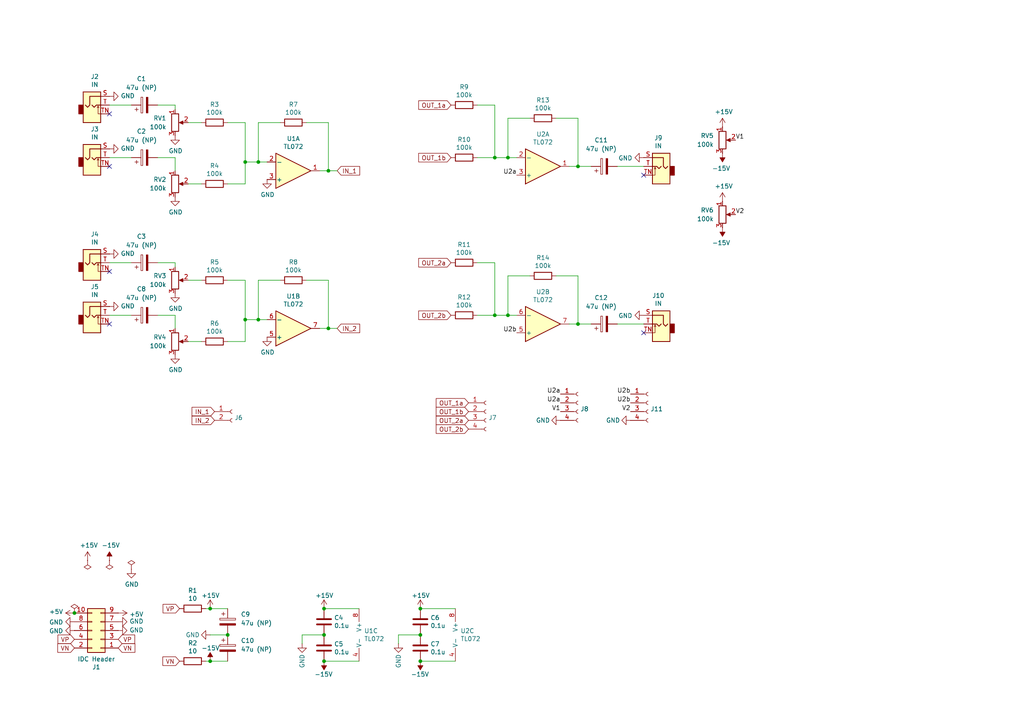
<source format=kicad_sch>
(kicad_sch (version 20231120) (generator "eeschema") (generator_version "8.0")
  (paper "A4")
  (title_block (title "steckfeld") (date "2021-06-13") (rev "R01") (comment 1 "schema for pcb") (comment 2 "utility for connecting modules to breadboard") (comment 4 "License CC BY 4.0 - Attribution 4.0 International"))
  (lib_symbols
    (symbol "Amplifier_Operational:TL072" (pin_names (offset 0.127))
      (property "Reference" "U" (at 0 5.08 0))
      (property "Value" "TL072" (at 0 -5.08 0))
      (symbol "TL072_1_1"
        (polyline (pts (xy -5.08 5.08) (xy 5.08 0) (xy -5.08 -5.08) (xy -5.08 5.08)) (stroke (width 0.254)) (fill (type background)))
        (pin output line (at 7.62 0 180) (length 2.54) (name "~") (number "1"))
        (pin input line (at -7.62 -2.54 0) (length 2.54) (name "-") (number "2"))
        (pin input line (at -7.62 2.54 0) (length 2.54) (name "+") (number "3"))
      )
      (symbol "TL072_2_1"
        (polyline (pts (xy -5.08 5.08) (xy 5.08 0) (xy -5.08 -5.08) (xy -5.08 5.08)) (stroke (width 0.254)) (fill (type background)))
        (pin input line (at -7.62 2.54 0) (length 2.54) (name "+") (number "5"))
        (pin input line (at -7.62 -2.54 0) (length 2.54) (name "-") (number "6"))
        (pin output line (at 7.62 0 180) (length 2.54) (name "~") (number "7"))
      )
      (symbol "TL072_3_1"
        (pin power_in line (at -2.54 -7.62 90) (length 3.81) (name "V-") (number "4"))
        (pin power_in line (at -2.54 7.62 270) (length 3.81) (name "V+") (number "8"))
      )
    )
    (symbol "Connector:AudioJack2_SwitchT"
      (property "Reference" "J" (at 0 8.89 0))
      (property "Value" "AudioJack2_SwitchT" (at 0 6.35 0))
      (symbol "AudioJack2_SwitchT_0_1"
        (rectangle (start -2.54 0) (end -3.81 -2.54) (stroke (width 0.254)) (fill (type outline)))
        (polyline (pts (xy 1.778 -0.254) (xy 2.032 -0.762)))
        (polyline (pts (xy 0 0) (xy 0.635 -0.635) (xy 1.27 0) (xy 2.54 0)) (stroke (width 0.254)))
        (polyline (pts (xy 2.54 -2.54) (xy 1.778 -2.54) (xy 1.778 -0.254) (xy 1.524 -0.762)))
        (polyline (pts (xy 2.54 2.54) (xy -0.635 2.54) (xy -0.635 0) (xy -1.27 -0.635) (xy -1.905 0)) (stroke (width 0.254)))
        (rectangle (start 2.54 3.81) (end -2.54 -5.08) (stroke (width 0.254)) (fill (type background)))
      )
      (symbol "AudioJack2_SwitchT_1_1"
        (pin passive line (at 5.08 2.54 180) (length 2.54) (name "~") (number "S"))
        (pin passive line (at 5.08 0 180) (length 2.54) (name "~") (number "T"))
        (pin passive line (at 5.08 -2.54 180) (length 2.54) (name "~") (number "TN"))
      )
    )
    (symbol "Connector:Conn_01x02_Female" (pin_names (offset 1.016) hide)
      (property "Reference" "J" (at 0 2.54 0))
      (property "Value" "Conn_01x02_Female" (at 0 -5.08 0))
      (symbol "Conn_01x02_Female_1_1"
        (arc (start 0 -2.032) (mid -0.5058 -2.54) (end 0 -3.048) (stroke (width 0.1524)))
        (polyline (pts (xy -1.27 -2.54) (xy -0.508 -2.54)) (stroke (width 0.1524)))
        (polyline (pts (xy -1.27 0) (xy -0.508 0)) (stroke (width 0.1524)))
        (arc (start 0 0.508) (mid -0.5058 0) (end 0 -0.508) (stroke (width 0.1524)))
        (pin passive line (at -5.08 0 0) (length 3.81) (name "Pin_1") (number "1"))
        (pin passive line (at -5.08 -2.54 0) (length 3.81) (name "Pin_2") (number "2"))
      )
    )
    (symbol "Connector:Conn_01x04_Female" (pin_names (offset 1.016) hide)
      (property "Reference" "J" (at 0 5.08 0))
      (property "Value" "Conn_01x04_Female" (at 0 -7.62 0))
      (symbol "Conn_01x04_Female_1_1"
        (arc (start 0 -4.572) (mid -0.5058 -5.08) (end 0 -5.588) (stroke (width 0.1524)))
        (arc (start 0 -2.032) (mid -0.5058 -2.54) (end 0 -3.048) (stroke (width 0.1524)))
        (polyline (pts (xy -1.27 -5.08) (xy -0.508 -5.08)) (stroke (width 0.1524)))
        (polyline (pts (xy -1.27 -2.54) (xy -0.508 -2.54)) (stroke (width 0.1524)))
        (polyline (pts (xy -1.27 0) (xy -0.508 0)) (stroke (width 0.1524)))
        (polyline (pts (xy -1.27 2.54) (xy -0.508 2.54)) (stroke (width 0.1524)))
        (arc (start 0 0.508) (mid -0.5058 0) (end 0 -0.508) (stroke (width 0.1524)))
        (arc (start 0 3.048) (mid -0.5058 2.54) (end 0 2.032) (stroke (width 0.1524)))
        (pin passive line (at -5.08 2.54 0) (length 3.81) (name "Pin_1") (number "1"))
        (pin passive line (at -5.08 0 0) (length 3.81) (name "Pin_2") (number "2"))
        (pin passive line (at -5.08 -2.54 0) (length 3.81) (name "Pin_3") (number "3"))
        (pin passive line (at -5.08 -5.08 0) (length 3.81) (name "Pin_4") (number "4"))
      )
    )
    (symbol "Connector_Generic:Conn_02x05_Odd_Even" (pin_names (offset 1.016) hide)
      (property "Reference" "J" (at 1.27 7.62 0))
      (property "Value" "Conn_02x05_Odd_Even" (at 1.27 -7.62 0))
      (symbol "Conn_02x05_Odd_Even_1_1"
        (rectangle (start -1.27 -4.953) (end 0 -5.207) (stroke (width 0.1524)))
        (rectangle (start -1.27 -2.413) (end 0 -2.667) (stroke (width 0.1524)))
        (rectangle (start -1.27 0.127) (end 0 -0.127) (stroke (width 0.1524)))
        (rectangle (start -1.27 2.667) (end 0 2.413) (stroke (width 0.1524)))
        (rectangle (start -1.27 5.207) (end 0 4.953) (stroke (width 0.1524)))
        (rectangle (start -1.27 6.35) (end 3.81 -6.35) (stroke (width 0.254)) (fill (type background)))
        (rectangle (start 3.81 -4.953) (end 2.54 -5.207) (stroke (width 0.1524)))
        (rectangle (start 3.81 -2.413) (end 2.54 -2.667) (stroke (width 0.1524)))
        (rectangle (start 3.81 0.127) (end 2.54 -0.127) (stroke (width 0.1524)))
        (rectangle (start 3.81 2.667) (end 2.54 2.413) (stroke (width 0.1524)))
        (rectangle (start 3.81 5.207) (end 2.54 4.953) (stroke (width 0.1524)))
        (pin passive line (at -5.08 5.08 0) (length 3.81) (name "Pin_1") (number "1"))
        (pin passive line (at 7.62 -5.08 180) (length 3.81) (name "Pin_10") (number "10"))
        (pin passive line (at 7.62 5.08 180) (length 3.81) (name "Pin_2") (number "2"))
        (pin passive line (at -5.08 2.54 0) (length 3.81) (name "Pin_3") (number "3"))
        (pin passive line (at 7.62 2.54 180) (length 3.81) (name "Pin_4") (number "4"))
        (pin passive line (at -5.08 0 0) (length 3.81) (name "Pin_5") (number "5"))
        (pin passive line (at 7.62 0 180) (length 3.81) (name "Pin_6") (number "6"))
        (pin passive line (at -5.08 -2.54 0) (length 3.81) (name "Pin_7") (number "7"))
        (pin passive line (at 7.62 -2.54 180) (length 3.81) (name "Pin_8") (number "8"))
        (pin passive line (at -5.08 -5.08 0) (length 3.81) (name "Pin_9") (number "9"))
      )
    )
    (symbol "Device:C" (pin_numbers hide) (pin_names (offset 0.254))
      (property "Reference" "C" (at 0.635 2.54 0))
      (property "Value" "C" (at 0.635 -2.54 0))
      (symbol "C_0_1"
        (polyline (pts (xy -2.032 -0.762) (xy 2.032 -0.762)) (stroke (width 0.508)))
        (polyline (pts (xy -2.032 0.762) (xy 2.032 0.762)) (stroke (width 0.508)))
      )
      (symbol "C_1_1"
        (pin passive line (at 0 3.81 270) (length 2.794) (name "~") (number "1"))
        (pin passive line (at 0 -3.81 90) (length 2.794) (name "~") (number "2"))
      )
    )
    (symbol "Device:C_Polarized" (pin_numbers hide) (pin_names (offset 0.254))
      (property "Reference" "C" (at 0.635 2.54 0))
      (property "Value" "C_Polarized" (at 0.635 -2.54 0))
      (symbol "C_Polarized_0_1"
        (rectangle (start -2.286 0.508) (end 2.286 1.016))
        (polyline (pts (xy -1.778 2.286) (xy -0.762 2.286)))
        (polyline (pts (xy -1.27 2.794) (xy -1.27 1.778)))
        (rectangle (start 2.286 -0.508) (end -2.286 -1.016) (fill (type outline)))
      )
      (symbol "C_Polarized_1_1"
        (pin passive line (at 0 3.81 270) (length 2.794) (name "~") (number "1"))
        (pin passive line (at 0 -3.81 90) (length 2.794) (name "~") (number "2"))
      )
    )
    (symbol "Device:R" (pin_numbers hide) (pin_names (offset 0))
      (property "Reference" "R" (at 2.032 0 90))
      (property "Value" "R" (at 0 0 90))
      (symbol "R_0_1"
        (rectangle (start -1.016 -2.54) (end 1.016 2.54) (stroke (width 0.254)))
      )
      (symbol "R_1_1"
        (pin passive line (at 0 3.81 270) (length 1.27) (name "~") (number "1"))
        (pin passive line (at 0 -3.81 90) (length 1.27) (name "~") (number "2"))
      )
    )
    (symbol "Device:R_Potentiometer" (pin_names (offset 1.016) hide)
      (property "Reference" "RV" (at -4.445 0 90))
      (property "Value" "R_Potentiometer" (at -2.54 0 90))
      (symbol "R_Potentiometer_0_1"
        (polyline (pts (xy 2.54 0) (xy 1.524 0)))
        (polyline (pts (xy 1.143 0) (xy 2.286 0.508) (xy 2.286 -0.508) (xy 1.143 0)) (fill (type outline)))
        (rectangle (start 1.016 2.54) (end -1.016 -2.54) (stroke (width 0.254)))
      )
      (symbol "R_Potentiometer_1_1"
        (pin passive line (at 0 3.81 270) (length 1.27) (name "1") (number "1"))
        (pin passive line (at 3.81 0 180) (length 1.27) (name "2") (number "2"))
        (pin passive line (at 0 -3.81 90) (length 1.27) (name "3") (number "3"))
      )
    )
    (symbol "power:+15V" (power) (pin_numbers hide) (pin_names (offset 0) hide)
      (property "Value" "+15V" (at 0 3.556 0))
      (symbol "+15V_0_1"
        (polyline (pts (xy -0.762 1.27) (xy 0 2.54)))
        (polyline (pts (xy 0 0) (xy 0 2.54)))
        (polyline (pts (xy 0 2.54) (xy 0.762 1.27)))
      )
      (symbol "+15V_1_1"
        (pin power_in line (at 0 0 90) (length 0) (name "~") (number "1"))
      )
    )
    (symbol "power:+5V" (power) (pin_numbers hide) (pin_names (offset 0) hide)
      (property "Value" "+5V" (at 0 3.556 0))
      (symbol "+5V_0_1"
        (polyline (pts (xy -0.762 1.27) (xy 0 2.54)))
        (polyline (pts (xy 0 0) (xy 0 2.54)))
        (polyline (pts (xy 0 2.54) (xy 0.762 1.27)))
      )
      (symbol "+5V_1_1"
        (pin power_in line (at 0 0 90) (length 0) (name "~") (number "1"))
      )
    )
    (symbol "power:-15V" (power) (pin_numbers hide) (pin_names (offset 0) hide)
      (property "Value" "-15V" (at 0 3.556 0))
      (symbol "-15V_0_0"
        (pin power_in line (at 0 0 90) (length 0) (name "~") (number "1"))
      )
      (symbol "-15V_0_1"
        (polyline (pts (xy 0 0) (xy 0 1.27) (xy 0.762 1.27) (xy 0 2.54) (xy -0.762 1.27) (xy 0 1.27)) (fill (type outline)))
      )
    )
    (symbol "power:GND" (power) (pin_numbers hide) (pin_names (offset 0) hide)
      (property "Value" "GND" (at 0 -3.81 0))
      (symbol "GND_0_1"
        (polyline (pts (xy 0 0) (xy 0 -1.27) (xy 1.27 -1.27) (xy 0 -2.54) (xy -1.27 -1.27) (xy 0 -1.27)))
      )
      (symbol "GND_1_1"
        (pin power_in line (at 0 0 270) (length 0) (name "~") (number "1"))
      )
    )
    (symbol "power:PWR_FLAG" (power) (pin_numbers hide) (pin_names (offset 0) hide)
      (property "Value" "PWR_FLAG" (at 0 3.81 0))
      (symbol "PWR_FLAG_0_0"
        (pin power_out line (at 0 0 90) (length 0) (name "~") (number "1"))
      )
      (symbol "PWR_FLAG_0_1"
        (polyline (pts (xy 0 0) (xy 0 1.27) (xy -1.016 1.905) (xy 0 2.54) (xy 1.016 1.905) (xy 0 1.27)))
      )
    )
  )
  (junction (at 74.93 46.99))
  (junction (at 147.32 91.44))
  (junction (at 95.25 95.25))
  (junction (at 143.51 91.44))
  (junction (at 121.92 191.77))
  (junction (at 147.32 45.72))
  (junction (at 121.92 176.53))
  (junction (at 21.59 177.8))
  (junction (at 93.98 176.53))
  (junction (at 71.12 46.99))
  (junction (at 71.12 92.71))
  (junction (at 60.96 176.53))
  (junction (at 93.98 184.15))
  (junction (at 74.93 92.71))
  (junction (at 167.64 93.98))
  (junction (at 60.96 191.77))
  (junction (at 121.92 184.15))
  (junction (at 95.25 49.53))
  (junction (at 167.64 48.26))
  (junction (at 143.51 45.72))
  (junction (at 66.04 184.15))
  (junction (at 93.98 191.77))
  (no_connect (at 186.69 96.52))
  (no_connect (at 31.75 48.26))
  (no_connect (at 31.75 78.74))
  (no_connect (at 31.75 93.98))
  (no_connect (at 186.69 50.8))
  (no_connect (at 31.75 33.02))
  (wire (pts (xy 45.72 30.48) (xy 50.8 30.48)))
  (wire (pts (xy 31.75 30.48) (xy 38.1 30.48)))
  (wire (pts (xy 167.64 48.26) (xy 165.1 48.26)))
  (wire (pts (xy 31.75 91.44) (xy 38.1 91.44)))
  (wire (pts (xy 167.64 80.01) (xy 167.64 93.98)))
  (wire (pts (xy 71.12 35.56) (xy 71.12 46.99)))
  (wire (pts (xy 147.32 45.72) (xy 143.51 45.72)))
  (wire (pts (xy 104.14 176.53) (xy 93.98 176.53)))
  (wire (pts (xy 167.64 48.26) (xy 171.45 48.26)))
  (wire (pts (xy 54.61 53.34) (xy 58.42 53.34)))
  (wire (pts (xy 95.25 95.25) (xy 92.71 95.25)))
  (wire (pts (xy 50.8 76.2) (xy 50.8 77.47)))
  (wire (pts (xy 54.61 99.06) (xy 58.42 99.06)))
  (wire (pts (xy 66.04 184.15) (xy 60.96 184.15)))
  (wire (pts (xy 50.8 45.72) (xy 50.8 49.53)))
  (wire (pts (xy 97.79 95.25) (xy 95.25 95.25)))
  (wire (pts (xy 74.93 35.56) (xy 81.28 35.56)))
  (wire (pts (xy 59.69 176.53) (xy 60.96 176.53)))
  (wire (pts (xy 161.29 34.29) (xy 167.64 34.29)))
  (wire (pts (xy 138.43 30.48) (xy 143.51 30.48)))
  (wire (pts (xy 143.51 76.2) (xy 143.51 91.44)))
  (wire (pts (xy 149.86 91.44) (xy 147.32 91.44)))
  (wire (pts (xy 161.29 80.01) (xy 167.64 80.01)))
  (wire (pts (xy 50.8 30.48) (xy 50.8 31.75)))
  (wire (pts (xy 115.57 184.15) (xy 115.57 186.69)))
  (wire (pts (xy 74.93 46.99) (xy 74.93 35.56)))
  (wire (pts (xy 147.32 45.72) (xy 147.32 34.29)))
  (wire (pts (xy 77.47 46.99) (xy 74.93 46.99)))
  (wire (pts (xy 93.98 184.15) (xy 87.63 184.15)))
  (wire (pts (xy 167.64 93.98) (xy 171.45 93.98)))
  (wire (pts (xy 54.61 35.56) (xy 58.42 35.56)))
  (wire (pts (xy 59.69 191.77) (xy 60.96 191.77)))
  (wire (pts (xy 71.12 81.28) (xy 71.12 92.71)))
  (wire (pts (xy 95.25 81.28) (xy 95.25 95.25)))
  (wire (pts (xy 147.32 91.44) (xy 143.51 91.44)))
  (wire (pts (xy 143.51 76.2) (xy 138.43 76.2)))
  (wire (pts (xy 60.96 191.77) (xy 66.04 191.77)))
  (wire (pts (xy 66.04 35.56) (xy 71.12 35.56)))
  (wire (pts (xy 167.64 34.29) (xy 167.64 48.26)))
  (wire (pts (xy 95.25 35.56) (xy 95.25 49.53)))
  (wire (pts (xy 66.04 53.34) (xy 71.12 53.34)))
  (wire (pts (xy 147.32 80.01) (xy 153.67 80.01)))
  (wire (pts (xy 54.61 81.28) (xy 58.42 81.28)))
  (wire (pts (xy 167.64 93.98) (xy 165.1 93.98)))
  (wire (pts (xy 179.07 93.98) (xy 186.69 93.98)))
  (wire (pts (xy 179.07 48.26) (xy 186.69 48.26)))
  (wire (pts (xy 50.8 91.44) (xy 50.8 95.25)))
  (wire (pts (xy 149.86 45.72) (xy 147.32 45.72)))
  (wire (pts (xy 45.72 76.2) (xy 50.8 76.2)))
  (wire (pts (xy 138.43 45.72) (xy 143.51 45.72)))
  (wire (pts (xy 74.93 92.71) (xy 74.93 81.28)))
  (wire (pts (xy 74.93 81.28) (xy 81.28 81.28)))
  (wire (pts (xy 121.92 184.15) (xy 115.57 184.15)))
  (wire (pts (xy 87.63 184.15) (xy 87.63 186.69)))
  (wire (pts (xy 60.96 176.53) (xy 66.04 176.53)))
  (wire (pts (xy 71.12 46.99) (xy 71.12 53.34)))
  (wire (pts (xy 45.72 45.72) (xy 50.8 45.72)))
  (wire (pts (xy 31.75 45.72) (xy 38.1 45.72)))
  (wire (pts (xy 95.25 49.53) (xy 92.71 49.53)))
  (wire (pts (xy 88.9 81.28) (xy 95.25 81.28)))
  (wire (pts (xy 132.08 191.77) (xy 121.92 191.77)))
  (wire (pts (xy 74.93 46.99) (xy 71.12 46.99)))
  (wire (pts (xy 97.79 49.53) (xy 95.25 49.53)))
  (wire (pts (xy 31.75 76.2) (xy 38.1 76.2)))
  (wire (pts (xy 147.32 91.44) (xy 147.32 80.01)))
  (wire (pts (xy 66.04 99.06) (xy 71.12 99.06)))
  (wire (pts (xy 74.93 92.71) (xy 71.12 92.71)))
  (wire (pts (xy 71.12 92.71) (xy 71.12 99.06)))
  (wire (pts (xy 147.32 34.29) (xy 153.67 34.29)))
  (wire (pts (xy 77.47 92.71) (xy 74.93 92.71)))
  (wire (pts (xy 138.43 91.44) (xy 143.51 91.44)))
  (wire (pts (xy 88.9 35.56) (xy 95.25 35.56)))
  (wire (pts (xy 45.72 91.44) (xy 50.8 91.44)))
  (wire (pts (xy 143.51 30.48) (xy 143.51 45.72)))
  (wire (pts (xy 121.92 176.53) (xy 132.08 176.53)))
  (wire (pts (xy 104.14 191.77) (xy 93.98 191.77)))
  (wire (pts (xy 66.04 81.28) (xy 71.12 81.28)))
  (label "U2b" (at 149.86 96.52 180))
  (label "U2a" (at 162.56 116.84 180))
  (label "V1" (at 162.56 119.38 180))
  (label "U2b" (at 182.88 116.84 180))
  (label "U2b" (at 182.88 114.3 180))
  (label "U2a" (at 162.56 114.3 180))
  (label "V2" (at 213.36 62.23 0))
  (label "U2a" (at 149.86 50.8 180))
  (label "V1" (at 213.36 40.64 0))
  (label "V2" (at 182.88 119.38 180))
  (global_label "VN" (shape input) (at 34.29 187.96 0) (property "Intersheetrefs" "${INTERSHEET_REFS}" (effects (hide yes))))
  (global_label "OUT_1b" (shape input) (at 130.81 45.72 180) (property "Intersheetrefs" "${INTERSHEET_REFS}" (effects (hide yes))))
  (global_label "VN" (shape input) (at 52.07 191.77 180) (property "Intersheetrefs" "${INTERSHEET_REFS}" (effects (hide yes))))
  (global_label "IN_2" (shape input) (at 97.79 95.25 0) (property "Intersheetrefs" "${INTERSHEET_REFS}" (effects (hide yes))))
  (global_label "VP" (shape input) (at 52.07 176.53 180) (property "Intersheetrefs" "${INTERSHEET_REFS}" (effects (hide yes))))
  (global_label "OUT_2b" (shape input) (at 130.81 91.44 180) (property "Intersheetrefs" "${INTERSHEET_REFS}" (effects (hide yes))))
  (global_label "OUT_1b" (shape input) (at 135.89 119.38 180) (property "Intersheetrefs" "${INTERSHEET_REFS}" (effects (hide yes))))
  (global_label "OUT_2a" (shape input) (at 135.89 121.92 180) (property "Intersheetrefs" "${INTERSHEET_REFS}" (effects (hide yes))))
  (global_label "VN" (shape input) (at 21.59 187.96 180) (property "Intersheetrefs" "${INTERSHEET_REFS}" (effects (hide yes))))
  (global_label "IN_1" (shape input) (at 62.23 119.38 180) (property "Intersheetrefs" "${INTERSHEET_REFS}" (effects (hide yes))))
  (global_label "OUT_2b" (shape input) (at 135.89 124.46 180) (property "Intersheetrefs" "${INTERSHEET_REFS}" (effects (hide yes))))
  (global_label "OUT_1a" (shape input) (at 135.89 116.84 180) (property "Intersheetrefs" "${INTERSHEET_REFS}" (effects (hide yes))))
  (global_label "OUT_2a" (shape input) (at 130.81 76.2 180) (property "Intersheetrefs" "${INTERSHEET_REFS}" (effects (hide yes))))
  (global_label "IN_2" (shape input) (at 62.23 121.92 180) (property "Intersheetrefs" "${INTERSHEET_REFS}" (effects (hide yes))))
  (global_label "IN_1" (shape input) (at 97.79 49.53 0) (property "Intersheetrefs" "${INTERSHEET_REFS}" (effects (hide yes))))
  (global_label "VP" (shape input) (at 34.29 185.42 0) (property "Intersheetrefs" "${INTERSHEET_REFS}" (effects (hide yes))))
  (global_label "OUT_1a" (shape input) (at 130.81 30.48 180) (property "Intersheetrefs" "${INTERSHEET_REFS}" (effects (hide yes))))
  (global_label "VP" (shape input) (at 21.59 185.42 180) (property "Intersheetrefs" "${INTERSHEET_REFS}" (effects (hide yes))))
  (symbol (lib_id "Connector:AudioJack2_SwitchT") (at 26.67 30.48 0) (unit 1)
    (property "Reference" "J2" (at 27.4828 22.225 0))
    (property "Value" "IN" (at 27.4828 24.5364 0))
    (property "Footprint" "elektrophon:Jack_3.5mm_WQP-PJ398SM_Vertical" (effects (hide yes)))
    (property "Sim.Device" "SPICE" (effects (hide yes)))
    (property "Sim.Params" "type=\"X\" model=\"IN_1\" lib=\"\"" (effects (hide yes)))
    (property "Sim.Pins" "S=1 T=2 TN=3" (effects (hide yes)))
  )
  (symbol (lib_id "power:GND") (at 60.96 184.15 270) (unit 1)
    (property "Reference" "#PWR019" (effects (hide yes)))
    (property "Value" "GND" (at 55.88 184.15 90))
    (property "Description" "Power symbol creates a global label with name \"GND\" , ground" (effects (hide yes)))
  )
  (symbol (lib_id "power:GND") (at 21.59 182.88 270) (unit 1)
    (property "Reference" "#PWR03" (effects (hide yes)))
    (property "Value" "GND" (at 18.3388 183.007 90) (effects (justify right)))
    (property "Description" "Power symbol creates a global label with name \"GND\" , ground" (effects (hide yes)))
  )
  (symbol (lib_id "Device:C") (at 93.98 180.34 0) (unit 1) (exclude_from_sim yes)
    (property "Reference" "C4" (at 96.901 179.1716 0) (effects (justify left)))
    (property "Value" "0.1u" (at 96.901 181.483 0) (effects (justify left)))
    (property "Footprint" "Capacitor_THT:C_Disc_D3.4mm_W2.1mm_P2.50mm" (effects (hide yes)))
    (property "Description" "Unpolarized capacitor" (effects (hide yes)))
    (property "Sim.Device" "SPICE" (effects (hide yes)))
    (property "Sim.Params" "type=\"C\" model=\"0.1u\" lib=\"\"" (effects (hide yes)))
    (property "Sim.Pins" "1=1 2=2" (effects (hide yes)))
  )
  (symbol (lib_id "Device:C") (at 93.98 187.96 0) (unit 1) (exclude_from_sim yes)
    (property "Reference" "C5" (at 96.901 186.7916 0) (effects (justify left)))
    (property "Value" "0.1u" (at 96.901 189.103 0) (effects (justify left)))
    (property "Footprint" "Capacitor_THT:C_Disc_D3.4mm_W2.1mm_P2.50mm" (effects (hide yes)))
    (property "Description" "Unpolarized capacitor" (effects (hide yes)))
    (property "Sim.Device" "SPICE" (effects (hide yes)))
    (property "Sim.Params" "type=\"C\" model=\"0.1u\" lib=\"\"" (effects (hide yes)))
    (property "Sim.Pins" "1=1 2=2" (effects (hide yes)))
  )
  (symbol (lib_id "Device:C") (at 121.92 180.34 0) (unit 1) (exclude_from_sim yes)
    (property "Reference" "C6" (at 124.841 179.1716 0) (effects (justify left)))
    (property "Value" "0.1u" (at 124.841 181.483 0) (effects (justify left)))
    (property "Footprint" "Capacitor_THT:C_Disc_D3.4mm_W2.1mm_P2.50mm" (effects (hide yes)))
    (property "Description" "Unpolarized capacitor" (effects (hide yes)))
    (property "Sim.Device" "SPICE" (effects (hide yes)))
    (property "Sim.Params" "type=\"C\" model=\"0.1u\" lib=\"\"" (effects (hide yes)))
    (property "Sim.Pins" "1=1 2=2" (effects (hide yes)))
  )
  (symbol (lib_id "Device:C") (at 121.92 187.96 0) (unit 1) (exclude_from_sim yes)
    (property "Reference" "C7" (at 124.841 186.7916 0) (effects (justify left)))
    (property "Value" "0.1u" (at 124.841 189.103 0) (effects (justify left)))
    (property "Footprint" "Capacitor_THT:C_Disc_D3.4mm_W2.1mm_P2.50mm" (effects (hide yes)))
    (property "Description" "Unpolarized capacitor" (effects (hide yes)))
    (property "Sim.Device" "SPICE" (effects (hide yes)))
    (property "Sim.Params" "type=\"C\" model=\"0.1u\" lib=\"\"" (effects (hide yes)))
    (property "Sim.Pins" "1=1 2=2" (effects (hide yes)))
  )
  (symbol (lib_id "power:PWR_FLAG") (at 25.4 162.56 180) (unit 1)
    (property "Reference" "#FLG02" (effects (hide yes)))
    (property "Value" "PWR_FLAG" (effects (hide yes)))
    (property "Description" "Special symbol for telling ERC where power comes from" (effects (hide yes)))
  )
  (symbol (lib_id "power:PWR_FLAG") (at 31.75 162.56 180) (unit 1)
    (property "Reference" "#FLG03" (effects (hide yes)))
    (property "Value" "PWR_FLAG" (effects (hide yes)))
    (property "Description" "Special symbol for telling ERC where power comes from" (effects (hide yes)))
  )
  (symbol (lib_id "power:PWR_FLAG") (at 38.1 165.1 0) (unit 1)
    (property "Reference" "#FLG04" (effects (hide yes)))
    (property "Value" "PWR_FLAG" (effects (hide yes)))
    (property "Description" "Special symbol for telling ERC where power comes from" (effects (hide yes)))
  )
  (symbol (lib_id "power:+15V") (at 25.4 162.56 0) (unit 1)
    (property "Reference" "#PWR04" (effects (hide yes)))
    (property "Value" "+15V" (at 25.781 158.1658 0))
    (property "Description" "Power symbol creates a global label with name \"+15V\"" (effects (hide yes)))
  )
  (symbol (lib_id "power:-15V") (at 31.75 162.56 0) (unit 1)
    (property "Reference" "#PWR05" (effects (hide yes)))
    (property "Value" "-15V" (at 32.131 158.1658 0))
    (property "Description" "Power symbol creates a global label with name \"-15V\"" (effects (hide yes)))
  )
  (symbol (lib_id "power:GND") (at 38.1 165.1 0) (unit 1)
    (property "Reference" "#PWR013" (effects (hide yes)))
    (property "Value" "GND" (at 38.227 169.4942 0))
    (property "Description" "Power symbol creates a global label with name \"GND\" , ground" (effects (hide yes)))
  )
  (symbol (lib_id "Device:R") (at 55.88 176.53 270) (unit 1) (exclude_from_sim yes)
    (property "Reference" "R1" (at 55.88 171.2722 90))
    (property "Value" "10" (at 55.88 173.5836 90))
    (property "Footprint" "Resistor_THT:R_Axial_DIN0204_L3.6mm_D1.6mm_P2.54mm_Vertical" (effects (hide yes)))
    (property "Description" "Resistor" (effects (hide yes)))
    (property "Sim.Device" "SPICE" (effects (hide yes)))
    (property "Sim.Params" "type=\"R\" model=\"10\" lib=\"\"" (effects (hide yes)))
    (property "Sim.Pins" "1=1 2=2" (effects (hide yes)))
  )
  (symbol (lib_id "power:+15V") (at 60.96 176.53 0) (unit 1)
    (property "Reference" "#PWR018" (effects (hide yes)))
    (property "Value" "+15V" (at 58.42 172.72 0) (effects (justify left)))
    (property "Description" "Power symbol creates a global label with name \"+15V\"" (effects (hide yes)))
  )
  (symbol (lib_id "power:-15V") (at 60.96 191.77 0) (unit 1)
    (property "Reference" "#PWR020" (effects (hide yes)))
    (property "Value" "-15V" (at 58.42 187.96 0) (effects (justify left)))
    (property "Description" "Power symbol creates a global label with name \"-15V\"" (effects (hide yes)))
  )
  (symbol (lib_id "power:GND") (at 34.29 182.88 90) (unit 1)
    (property "Reference" "#PWR08" (effects (hide yes)))
    (property "Value" "GND" (at 37.5412 182.753 90) (effects (justify right)))
    (property "Description" "Power symbol creates a global label with name \"GND\" , ground" (effects (hide yes)))
  )
  (symbol (lib_id "Device:R") (at 55.88 191.77 270) (unit 1) (exclude_from_sim yes)
    (property "Reference" "R2" (at 55.88 186.5122 90))
    (property "Value" "10" (at 55.88 188.8236 90))
    (property "Footprint" "Resistor_THT:R_Axial_DIN0204_L3.6mm_D1.6mm_P2.54mm_Vertical" (effects (hide yes)))
    (property "Description" "Resistor" (effects (hide yes)))
    (property "Sim.Device" "SPICE" (effects (hide yes)))
    (property "Sim.Params" "type=\"R\" model=\"10\" lib=\"\"" (effects (hide yes)))
    (property "Sim.Pins" "1=1 2=2" (effects (hide yes)))
  )
  (symbol (lib_id "Connector_Generic:Conn_02x05_Odd_Even") (at 29.21 182.88 180) (unit 1) (exclude_from_sim yes)
    (property "Reference" "J1" (at 27.94 193.4718 0))
    (property "Value" "IDC Header" (at 27.94 191.1604 0))
    (property "Footprint" "Connector_IDC:IDC-Header_2x05_P2.54mm_Vertical" (effects (hide yes)))
    (property "Description" "Generic connector, double row, 02x05, odd/even pin numbering scheme (row 1 odd numbers, row 2 even numbers), script generated (kicad-library-utils/schlib/autogen/connector/)" (effects (hide yes)))
    (property "Sim.Device" "SPICE" (effects (hide yes)))
    (property "Sim.Params" "type=\"J\" model=\"IDC Header\" lib=\"\"" (effects (hide yes)))
    (property "Sim.Pins" "1=1 2=2 3=3 4=4 5=5 6=6 7=7 8=8 9=9 10=10" (effects (hide yes)))
  )
  (symbol (lib_id "power:GND") (at 34.29 180.34 90) (unit 1)
    (property "Reference" "#PWR07" (effects (hide yes)))
    (property "Value" "GND" (at 37.5412 180.213 90) (effects (justify right)))
    (property "Description" "Power symbol creates a global label with name \"GND\" , ground" (effects (hide yes)))
  )
  (symbol (lib_id "power:+5V") (at 34.29 177.8 270) (unit 1)
    (property "Reference" "#PWR06" (effects (hide yes)))
    (property "Value" "+5V" (at 37.5412 178.181 90) (effects (justify left)))
    (property "Description" "Power symbol creates a global label with name \"+5V\"" (effects (hide yes)))
  )
  (symbol (lib_id "power:+5V") (at 21.59 177.8 90) (unit 1)
    (property "Reference" "#PWR01" (effects (hide yes)))
    (property "Value" "+5V" (at 18.3388 177.419 90) (effects (justify left)))
    (property "Description" "Power symbol creates a global label with name \"+5V\"" (effects (hide yes)))
  )
  (symbol (lib_id "power:PWR_FLAG") (at 21.59 177.8 0) (unit 1)
    (property "Reference" "#FLG01" (effects (hide yes)))
    (property "Value" "PWR_FLAG" (effects (hide yes)))
    (property "Description" "Special symbol for telling ERC where power comes from" (effects (hide yes)))
  )
  (symbol (lib_id "power:GND") (at 21.59 180.34 270) (unit 1)
    (property "Reference" "#PWR02" (effects (hide yes)))
    (property "Value" "GND" (at 18.3388 180.467 90) (effects (justify right)))
    (property "Description" "Power symbol creates a global label with name \"GND\" , ground" (effects (hide yes)))
  )
  (symbol (lib_id "power:+15V") (at 93.98 176.53 0) (unit 1)
    (property "Reference" "#PWR026" (effects (hide yes)))
    (property "Value" "+15V" (at 91.44 172.72 0) (effects (justify left)))
    (property "Description" "Power symbol creates a global label with name \"+15V\"" (effects (hide yes)))
  )
  (symbol (lib_id "power:-15V") (at 93.98 191.77 180) (unit 1)
    (property "Reference" "#PWR027" (effects (hide yes)))
    (property "Value" "-15V" (at 96.52 195.58 0) (effects (justify left)))
    (property "Description" "Power symbol creates a global label with name \"-15V\"" (effects (hide yes)))
  )
  (symbol (lib_id "power:+15V") (at 121.92 176.53 0) (unit 1)
    (property "Reference" "#PWR031" (effects (hide yes)))
    (property "Value" "+15V" (at 119.38 172.72 0) (effects (justify left)))
    (property "Description" "Power symbol creates a global label with name \"+15V\"" (effects (hide yes)))
  )
  (symbol (lib_id "power:-15V") (at 121.92 191.77 180) (unit 1)
    (property "Reference" "#PWR032" (effects (hide yes)))
    (property "Value" "-15V" (at 124.46 195.58 0) (effects (justify left)))
    (property "Description" "Power symbol creates a global label with name \"-15V\"" (effects (hide yes)))
  )
  (symbol (lib_id "power:GND") (at 115.57 186.69 0) (unit 1)
    (property "Reference" "#PWR030" (effects (hide yes)))
    (property "Value" "GND" (at 115.57 191.77 90))
    (property "Description" "Power symbol creates a global label with name \"GND\" , ground" (effects (hide yes)))
  )
  (symbol (lib_id "power:GND") (at 87.63 186.69 0) (unit 1)
    (property "Reference" "#PWR025" (effects (hide yes)))
    (property "Value" "GND" (at 87.63 191.77 90))
    (property "Description" "Power symbol creates a global label with name \"GND\" , ground" (effects (hide yes)))
  )
  (symbol (lib_id "power:GND") (at 50.8 39.37 0) (unit 1)
    (property "Reference" "#PWR014" (effects (hide yes)))
    (property "Value" "GND" (at 50.927 43.7642 0))
    (property "Description" "Power symbol creates a global label with name \"GND\" , ground" (effects (hide yes)))
  )
  (symbol (lib_id "power:GND") (at 50.8 57.15 0) (unit 1)
    (property "Reference" "#PWR015" (effects (hide yes)))
    (property "Value" "GND" (at 50.927 61.5442 0))
    (property "Description" "Power symbol creates a global label with name \"GND\" , ground" (effects (hide yes)))
  )
  (symbol (lib_id "Amplifier_Operational:TL072") (at 85.09 49.53 0) (mirror x) (unit 1)
    (property "Reference" "U1" (at 85.09 40.2082 0))
    (property "Value" "TL072" (at 85.09 42.5196 0))
    (property "Footprint" "Package_DIP:DIP-8_W7.62mm_Socket" (effects (hide yes)))
    (property "Datasheet" "http://www.ti.com/lit/ds/symlink/tl071.pdf" (effects (hide yes)))
    (property "Description" "Dual Low-Noise JFET-Input Operational Amplifiers, DIP-8/SOIC-8" (effects (hide yes)))
    (property "Sim.Device" "SPICE" (effects (hide yes)))
    (property "Sim.Params" "type=\"X\" model=\"TL072c\" lib=\"\"" (effects (hide yes)))
    (property "Sim.Pins" "1=1 2=2 3=3 4=4 5=5 6=6 7=7 8=8" (effects (hide yes)))
  )
  (symbol (lib_id "power:GND") (at 77.47 52.07 0) (unit 1)
    (property "Reference" "#PWR021" (effects (hide yes)))
    (property "Value" "GND" (at 77.597 56.4642 0))
    (property "Description" "Power symbol creates a global label with name \"GND\" , ground" (effects (hide yes)))
  )
  (symbol (lib_id "Device:R") (at 62.23 35.56 270) (unit 1)
    (property "Reference" "R3" (at 62.23 30.3022 90))
    (property "Value" "100k" (at 62.23 32.6136 90))
    (property "Footprint" "Connector_PinSocket_2.54mm:PinSocket_1x02_P2.54mm_Vertical" (effects (hide yes)))
    (property "Description" "Resistor" (effects (hide yes)))
  )
  (symbol (lib_id "Device:R") (at 62.23 53.34 270) (unit 1)
    (property "Reference" "R4" (at 62.23 48.0822 90))
    (property "Value" "100k" (at 62.23 50.3936 90))
    (property "Footprint" "Connector_PinSocket_2.54mm:PinSocket_1x02_P2.54mm_Vertical" (effects (hide yes)))
    (property "Description" "Resistor" (effects (hide yes)))
  )
  (symbol (lib_id "Device:R") (at 85.09 35.56 270) (unit 1)
    (property "Reference" "R7" (at 85.09 30.3022 90))
    (property "Value" "100k" (at 85.09 32.6136 90))
    (property "Footprint" "Connector_PinSocket_2.54mm:PinSocket_1x02_P2.54mm_Vertical" (effects (hide yes)))
    (property "Description" "Resistor" (effects (hide yes)))
  )
  (symbol (lib_id "Amplifier_Operational:TL072") (at 157.48 48.26 0) (mirror x) (unit 1)
    (property "Reference" "U2" (at 157.48 38.9382 0))
    (property "Value" "TL072" (at 157.48 41.2496 0))
    (property "Footprint" "Package_DIP:DIP-8_W7.62mm_Socket" (effects (hide yes)))
    (property "Datasheet" "http://www.ti.com/lit/ds/symlink/tl071.pdf" (effects (hide yes)))
    (property "Description" "Dual Low-Noise JFET-Input Operational Amplifiers, DIP-8/SOIC-8" (effects (hide yes)))
    (property "Sim.Device" "SPICE" (effects (hide yes)))
    (property "Sim.Params" "type=\"X\" model=\"TL072c\" lib=\"\"" (effects (hide yes)))
    (property "Sim.Pins" "1=1 2=2 3=3 4=4 5=5 6=6 7=7 8=8" (effects (hide yes)))
  )
  (symbol (lib_id "Connector:AudioJack2_SwitchT") (at 191.77 48.26 0) (mirror y) (unit 1)
    (property "Reference" "J9" (at 190.9572 40.005 0))
    (property "Value" "IN" (at 190.9572 42.3164 0))
    (property "Footprint" "elektrophon:Jack_3.5mm_WQP-PJ398SM_Vertical" (effects (hide yes)))
    (property "Sim.Device" "SPICE" (effects (hide yes)))
    (property "Sim.Params" "type=\"X\" model=\"OUT_1\" lib=\"\"" (effects (hide yes)))
    (property "Sim.Pins" "S=1 T=2 TN=3" (effects (hide yes)))
  )
  (symbol (lib_id "power:+15V") (at 209.55 36.83 0) (unit 1)
    (property "Reference" "#PWR035" (effects (hide yes)))
    (property "Value" "+15V" (at 209.931 32.4358 0))
    (property "Description" "Power symbol creates a global label with name \"+15V\"" (effects (hide yes)))
  )
  (symbol (lib_id "power:-15V") (at 209.55 44.45 180) (unit 1)
    (property "Reference" "#PWR036" (effects (hide yes)))
    (property "Value" "-15V" (at 209.169 48.8442 0))
    (property "Description" "Power symbol creates a global label with name \"-15V\"" (effects (hide yes)))
  )
  (symbol (lib_id "power:+15V") (at 209.55 58.42 0) (unit 1)
    (property "Reference" "#PWR037" (effects (hide yes)))
    (property "Value" "+15V" (at 209.931 54.0258 0))
    (property "Description" "Power symbol creates a global label with name \"+15V\"" (effects (hide yes)))
  )
  (symbol (lib_id "power:-15V") (at 209.55 66.04 180) (unit 1)
    (property "Reference" "#PWR038" (effects (hide yes)))
    (property "Value" "-15V" (at 209.169 70.4342 0))
    (property "Description" "Power symbol creates a global label with name \"-15V\"" (effects (hide yes)))
  )
  (symbol (lib_id "Connector:Conn_01x04_Female") (at 167.64 116.84 0) (unit 1) (exclude_from_sim yes)
    (property "Reference" "J8" (at 168.3512 118.618 0) (effects (justify left)))
    (property "Value" "Conn_01x04_Female" (effects (hide yes)))
    (property "Footprint" "Connector_PinSocket_2.54mm:PinSocket_1x04_P2.54mm_Vertical" (effects (hide yes)))
    (property "Sim.Device" "SPICE" (effects (hide yes)))
    (property "Sim.Params" "type=\"J\" model=\"Conn_01x04_Female\" lib=\"\"" (effects (hide yes)))
    (property "Sim.Pins" "1=1 2=2 3=3 4=4" (effects (hide yes)))
  )
  (symbol (lib_id "Connector:Conn_01x04_Female") (at 187.96 116.84 0) (unit 1) (exclude_from_sim yes)
    (property "Reference" "J11" (at 188.6712 118.618 0) (effects (justify left)))
    (property "Value" "Conn_01x04_Female" (effects (hide yes)))
    (property "Footprint" "Connector_PinSocket_2.54mm:PinSocket_1x04_P2.54mm_Vertical" (effects (hide yes)))
    (property "Sim.Device" "SPICE" (effects (hide yes)))
    (property "Sim.Params" "type=\"J\" model=\"Conn_01x04_Female\" lib=\"\"" (effects (hide yes)))
    (property "Sim.Pins" "1=1 2=2 3=3 4=4" (effects (hide yes)))
  )
  (symbol (lib_id "power:GND") (at 31.75 27.94 90) (unit 1)
    (property "Reference" "#PWR09" (effects (hide yes)))
    (property "Value" "GND" (at 35.0012 27.813 90) (effects (justify right)))
    (property "Description" "Power symbol creates a global label with name \"GND\" , ground" (effects (hide yes)))
  )
  (symbol (lib_id "power:GND") (at 186.69 45.72 270) (unit 1)
    (property "Reference" "#PWR033" (effects (hide yes)))
    (property "Value" "GND" (at 183.4388 45.847 90) (effects (justify right)))
    (property "Description" "Power symbol creates a global label with name \"GND\" , ground" (effects (hide yes)))
  )
  (symbol (lib_id "Connector:Conn_01x02_Female") (at 67.31 119.38 0) (unit 1) (exclude_from_sim yes)
    (property "Reference" "J6" (at 68.0212 121.158 0) (effects (justify left)))
    (property "Value" "Conn_01x02_Female" (effects (hide yes)))
    (property "Footprint" "Connector_PinSocket_2.54mm:PinSocket_1x02_P2.54mm_Vertical" (effects (hide yes)))
    (property "Sim.Device" "SPICE" (effects (hide yes)))
    (property "Sim.Params" "type=\"J\" model=\"Conn_01x02_Female\" lib=\"\"" (effects (hide yes)))
    (property "Sim.Pins" "1=1 2=2" (effects (hide yes)))
  )
  (symbol (lib_id "Connector:Conn_01x04_Female") (at 140.97 119.38 0) (unit 1) (exclude_from_sim yes)
    (property "Reference" "J7" (at 141.6812 121.158 0) (effects (justify left)))
    (property "Value" "Conn_01x04_Female" (effects (hide yes)))
    (property "Footprint" "Connector_PinSocket_2.54mm:PinSocket_1x04_P2.54mm_Vertical" (effects (hide yes)))
    (property "Sim.Device" "SPICE" (effects (hide yes)))
    (property "Sim.Params" "type=\"J\" model=\"Conn_01x04_Female\" lib=\"\"" (effects (hide yes)))
    (property "Sim.Pins" "1=1 2=2 3=3 4=4" (effects (hide yes)))
  )
  (symbol (lib_id "Connector:AudioJack2_SwitchT") (at 26.67 76.2 0) (unit 1)
    (property "Reference" "J4" (at 27.4828 67.945 0))
    (property "Value" "IN" (at 27.4828 70.2564 0))
    (property "Footprint" "elektrophon:Jack_3.5mm_WQP-PJ398SM_Vertical" (effects (hide yes)))
    (property "Sim.Device" "SPICE" (effects (hide yes)))
    (property "Sim.Params" "type=\"X\" model=\"IN_3\" lib=\"\"" (effects (hide yes)))
    (property "Sim.Pins" "S=1 T=2 TN=3" (effects (hide yes)))
  )
  (symbol (lib_id "power:GND") (at 31.75 73.66 90) (unit 1)
    (property "Reference" "#PWR011" (effects (hide yes)))
    (property "Value" "GND" (at 35.0012 73.533 90) (effects (justify right)))
    (property "Description" "Power symbol creates a global label with name \"GND\" , ground" (effects (hide yes)))
  )
  (symbol (lib_id "Connector:AudioJack2_SwitchT") (at 26.67 91.44 0) (unit 1)
    (property "Reference" "J5" (at 27.4828 83.185 0))
    (property "Value" "IN" (at 27.4828 85.4964 0))
    (property "Footprint" "elektrophon:Jack_3.5mm_WQP-PJ398SM_Vertical" (effects (hide yes)))
    (property "Sim.Device" "SPICE" (effects (hide yes)))
    (property "Sim.Params" "type=\"X\" model=\"IN_4\" lib=\"\"" (effects (hide yes)))
    (property "Sim.Pins" "S=1 T=2 TN=3" (effects (hide yes)))
  )
  (symbol (lib_id "power:GND") (at 31.75 88.9 90) (unit 1)
    (property "Reference" "#PWR012" (effects (hide yes)))
    (property "Value" "GND" (at 35.0012 88.773 90) (effects (justify right)))
    (property "Description" "Power symbol creates a global label with name \"GND\" , ground" (effects (hide yes)))
  )
  (symbol (lib_id "power:GND") (at 50.8 85.09 0) (unit 1)
    (property "Reference" "#PWR016" (effects (hide yes)))
    (property "Value" "GND" (at 50.927 89.4842 0))
    (property "Description" "Power symbol creates a global label with name \"GND\" , ground" (effects (hide yes)))
  )
  (symbol (lib_id "power:GND") (at 50.8 102.87 0) (unit 1)
    (property "Reference" "#PWR017" (effects (hide yes)))
    (property "Value" "GND" (at 50.927 107.2642 0))
    (property "Description" "Power symbol creates a global label with name \"GND\" , ground" (effects (hide yes)))
  )
  (symbol (lib_id "power:GND") (at 77.47 97.79 0) (unit 1)
    (property "Reference" "#PWR022" (effects (hide yes)))
    (property "Value" "GND" (at 77.597 102.1842 0))
    (property "Description" "Power symbol creates a global label with name \"GND\" , ground" (effects (hide yes)))
  )
  (symbol (lib_id "Device:R") (at 62.23 81.28 270) (unit 1)
    (property "Reference" "R5" (at 62.23 76.0222 90))
    (property "Value" "100k" (at 62.23 78.3336 90))
    (property "Footprint" "Connector_PinSocket_2.54mm:PinSocket_1x02_P2.54mm_Vertical" (effects (hide yes)))
    (property "Description" "Resistor" (effects (hide yes)))
  )
  (symbol (lib_id "Device:R") (at 62.23 99.06 270) (unit 1)
    (property "Reference" "R6" (at 62.23 93.8022 90))
    (property "Value" "100k" (at 62.23 96.1136 90))
    (property "Footprint" "Connector_PinSocket_2.54mm:PinSocket_1x02_P2.54mm_Vertical" (effects (hide yes)))
    (property "Description" "Resistor" (effects (hide yes)))
  )
  (symbol (lib_id "Device:R") (at 85.09 81.28 270) (unit 1)
    (property "Reference" "R8" (at 85.09 76.0222 90))
    (property "Value" "100k" (at 85.09 78.3336 90))
    (property "Footprint" "Connector_PinSocket_2.54mm:PinSocket_1x02_P2.54mm_Vertical" (effects (hide yes)))
    (property "Description" "Resistor" (effects (hide yes)))
  )
  (symbol (lib_id "Connector:AudioJack2_SwitchT") (at 191.77 93.98 0) (mirror y) (unit 1)
    (property "Reference" "J10" (at 190.9572 85.725 0))
    (property "Value" "IN" (at 190.9572 88.0364 0))
    (property "Footprint" "elektrophon:Jack_3.5mm_WQP-PJ398SM_Vertical" (effects (hide yes)))
    (property "Sim.Device" "SPICE" (effects (hide yes)))
    (property "Sim.Params" "type=\"X\" model=\"OUT_2\" lib=\"\"" (effects (hide yes)))
    (property "Sim.Pins" "S=1 T=2 TN=3" (effects (hide yes)))
  )
  (symbol (lib_id "power:GND") (at 186.69 91.44 270) (unit 1)
    (property "Reference" "#PWR034" (effects (hide yes)))
    (property "Value" "GND" (at 183.4388 91.567 90) (effects (justify right)))
    (property "Description" "Power symbol creates a global label with name \"GND\" , ground" (effects (hide yes)))
  )
  (symbol (lib_id "power:GND") (at 162.56 121.92 270) (unit 1)
    (property "Reference" "#PWR0101" (effects (hide yes)))
    (property "Value" "GND" (at 157.48 121.92 90))
    (property "Description" "Power symbol creates a global label with name \"GND\" , ground" (effects (hide yes)))
  )
  (symbol (lib_id "Connector:AudioJack2_SwitchT") (at 26.67 45.72 0) (unit 1)
    (property "Reference" "J3" (at 27.4828 37.465 0))
    (property "Value" "IN" (at 27.4828 39.7764 0))
    (property "Footprint" "elektrophon:Jack_3.5mm_WQP-PJ398SM_Vertical" (effects (hide yes)))
    (property "Sim.Device" "SPICE" (effects (hide yes)))
    (property "Sim.Params" "type=\"X\" model=\"IN_2\" lib=\"\"" (effects (hide yes)))
    (property "Sim.Pins" "S=1 T=2 TN=3" (effects (hide yes)))
  )
  (symbol (lib_id "power:GND") (at 31.75 43.18 90) (unit 1)
    (property "Reference" "#PWR010" (effects (hide yes)))
    (property "Value" "GND" (at 35.0012 43.053 90) (effects (justify right)))
    (property "Description" "Power symbol creates a global label with name \"GND\" , ground" (effects (hide yes)))
  )
  (symbol (lib_id "Amplifier_Operational:TL072") (at 85.09 95.25 0) (mirror x) (unit 2)
    (property "Reference" "U1" (at 85.09 85.9282 0))
    (property "Value" "TL072" (at 85.09 88.2396 0))
    (property "Footprint" "Package_DIP:DIP-8_W7.62mm_Socket" (effects (hide yes)))
    (property "Datasheet" "http://www.ti.com/lit/ds/symlink/tl071.pdf" (effects (hide yes)))
    (property "Description" "Dual Low-Noise JFET-Input Operational Amplifiers, DIP-8/SOIC-8" (effects (hide yes)))
    (property "Sim.Device" "SPICE" (effects (hide yes)))
    (property "Sim.Params" "type=\"X\" model=\"TL072c\" lib=\"\"" (effects (hide yes)))
    (property "Sim.Pins" "1=1 2=2 3=3 4=4 5=5 6=6 7=7 8=8" (effects (hide yes)))
  )
  (symbol (lib_id "Amplifier_Operational:TL072") (at 157.48 93.98 0) (mirror x) (unit 2)
    (property "Reference" "U2" (at 157.48 84.6582 0))
    (property "Value" "TL072" (at 157.48 86.9696 0))
    (property "Footprint" "Package_DIP:DIP-8_W7.62mm_Socket" (effects (hide yes)))
    (property "Datasheet" "http://www.ti.com/lit/ds/symlink/tl071.pdf" (effects (hide yes)))
    (property "Description" "Dual Low-Noise JFET-Input Operational Amplifiers, DIP-8/SOIC-8" (effects (hide yes)))
    (property "Sim.Device" "SPICE" (effects (hide yes)))
    (property "Sim.Params" "type=\"X\" model=\"TL072c\" lib=\"\"" (effects (hide yes)))
    (property "Sim.Pins" "1=1 2=2 3=3 4=4 5=5 6=6 7=7 8=8" (effects (hide yes)))
  )
  (symbol (lib_id "Amplifier_Operational:TL072") (at 106.68 184.15 0) (unit 3)
    (property "Reference" "U1" (at 105.6132 182.9816 0) (effects (justify left)))
    (property "Value" "TL072" (at 105.6132 185.293 0) (effects (justify left)))
    (property "Footprint" "Package_DIP:DIP-8_W7.62mm_Socket" (effects (hide yes)))
    (property "Datasheet" "http://www.ti.com/lit/ds/symlink/tl071.pdf" (effects (hide yes)))
    (property "Description" "Dual Low-Noise JFET-Input Operational Amplifiers, DIP-8/SOIC-8" (effects (hide yes)))
    (property "Sim.Device" "SPICE" (effects (hide yes)))
    (property "Sim.Params" "type=\"X\" model=\"TL072c\" lib=\"\"" (effects (hide yes)))
    (property "Sim.Pins" "1=1 2=2 3=3 4=4 5=5 6=6 7=7 8=8" (effects (hide yes)))
  )
  (symbol (lib_id "Amplifier_Operational:TL072") (at 134.62 184.15 0) (unit 3)
    (property "Reference" "U2" (at 133.5532 182.9816 0) (effects (justify left)))
    (property "Value" "TL072" (at 133.5532 185.293 0) (effects (justify left)))
    (property "Footprint" "Package_DIP:DIP-8_W7.62mm_Socket" (effects (hide yes)))
    (property "Datasheet" "http://www.ti.com/lit/ds/symlink/tl071.pdf" (effects (hide yes)))
    (property "Description" "Dual Low-Noise JFET-Input Operational Amplifiers, DIP-8/SOIC-8" (effects (hide yes)))
    (property "Sim.Device" "SPICE" (effects (hide yes)))
    (property "Sim.Params" "type=\"X\" model=\"TL072c\" lib=\"\"" (effects (hide yes)))
    (property "Sim.Pins" "1=1 2=2 3=3 4=4 5=5 6=6 7=7 8=8" (effects (hide yes)))
  )
  (symbol (lib_id "Device:R") (at 134.62 30.48 270) (unit 1)
    (property "Reference" "R9" (at 134.62 25.2222 90))
    (property "Value" "100k" (at 134.62 27.5336 90))
    (property "Footprint" "Connector_PinSocket_2.54mm:PinSocket_1x02_P2.54mm_Vertical" (effects (hide yes)))
    (property "Description" "Resistor" (effects (hide yes)))
  )
  (symbol (lib_id "Device:R") (at 134.62 45.72 270) (unit 1)
    (property "Reference" "R10" (at 134.62 40.4622 90))
    (property "Value" "100k" (at 134.62 42.7736 90))
    (property "Footprint" "Connector_PinSocket_2.54mm:PinSocket_1x02_P2.54mm_Vertical" (effects (hide yes)))
    (property "Description" "Resistor" (effects (hide yes)))
  )
  (symbol (lib_id "Device:R") (at 157.48 34.29 270) (unit 1)
    (property "Reference" "R13" (at 157.48 29.0322 90))
    (property "Value" "100k" (at 157.48 31.3436 90))
    (property "Footprint" "Connector_PinSocket_2.54mm:PinSocket_1x02_P2.54mm_Vertical" (effects (hide yes)))
    (property "Description" "Resistor" (effects (hide yes)))
  )
  (symbol (lib_id "Device:R") (at 134.62 76.2 270) (unit 1)
    (property "Reference" "R11" (at 134.62 70.9422 90))
    (property "Value" "100k" (at 134.62 73.2536 90))
    (property "Footprint" "Connector_PinSocket_2.54mm:PinSocket_1x02_P2.54mm_Vertical" (effects (hide yes)))
    (property "Description" "Resistor" (effects (hide yes)))
  )
  (symbol (lib_id "Device:R") (at 134.62 91.44 270) (unit 1)
    (property "Reference" "R12" (at 134.62 86.1822 90))
    (property "Value" "100k" (at 134.62 88.4936 90))
    (property "Footprint" "Connector_PinSocket_2.54mm:PinSocket_1x02_P2.54mm_Vertical" (effects (hide yes)))
    (property "Description" "Resistor" (effects (hide yes)))
  )
  (symbol (lib_id "Device:R") (at 157.48 80.01 270) (unit 1)
    (property "Reference" "R14" (at 157.48 74.7522 90))
    (property "Value" "100k" (at 157.48 77.0636 90))
    (property "Footprint" "Connector_PinSocket_2.54mm:PinSocket_1x02_P2.54mm_Vertical" (effects (hide yes)))
    (property "Description" "Resistor" (effects (hide yes)))
  )
  (symbol (lib_id "power:GND") (at 182.88 121.92 270) (unit 1)
    (property "Reference" "#PWR023" (effects (hide yes)))
    (property "Value" "GND" (at 177.8 121.92 90))
    (property "Description" "Power symbol creates a global label with name \"GND\" , ground" (effects (hide yes)))
  )
  (symbol (lib_id "Device:C_Polarized") (at 175.26 48.26 90) (unit 1)
    (property "Reference" "C11" (at 174.371 40.64 90))
    (property "Value" "47u (NP)" (at 174.371 43.18 90))
    (property "Footprint" "Connector_PinSocket_2.54mm:PinSocket_1x02_P2.54mm_Vertical" (effects (hide yes)))
    (property "Description" "Polarized capacitor" (effects (hide yes)))
  )
  (symbol (lib_id "Device:R_Potentiometer") (at 50.8 35.56 0) (unit 1)
    (property "Reference" "RV1" (at 48.26 34.2899 0) (effects (justify right)))
    (property "Value" "100k" (at 48.26 36.8299 0) (effects (justify right)))
    (property "Footprint" "Potentiometer_THT:Potentiometer_Bourns_PTV09A-1_Single_Vertical" (effects (hide yes)))
    (property "Description" "Potentiometer" (effects (hide yes)))
  )
  (symbol (lib_id "Device:C_Polarized") (at 66.04 187.96 0) (unit 1)
    (property "Reference" "C10" (at 69.85 185.8009 0) (effects (justify left)))
    (property "Value" "47u (NP)" (at 69.85 188.3409 0) (effects (justify left)))
    (property "Footprint" "Capacitor_THT:CP_Radial_D5.0mm_P2.00mm" (effects (hide yes)))
    (property "Description" "Polarized capacitor" (effects (hide yes)))
  )
  (symbol (lib_id "Device:R_Potentiometer") (at 209.55 40.64 0) (unit 1)
    (property "Reference" "RV5" (at 207.01 39.3699 0) (effects (justify right)))
    (property "Value" "100k" (at 207.01 41.9099 0) (effects (justify right)))
    (property "Footprint" "Potentiometer_THT:Potentiometer_Bourns_PTV09A-1_Single_Vertical" (effects (hide yes)))
    (property "Description" "Potentiometer" (effects (hide yes)))
  )
  (symbol (lib_id "Device:R_Potentiometer") (at 209.55 62.23 0) (unit 1)
    (property "Reference" "RV6" (at 207.01 60.9599 0) (effects (justify right)))
    (property "Value" "100k" (at 207.01 63.4999 0) (effects (justify right)))
    (property "Footprint" "Potentiometer_THT:Potentiometer_Bourns_PTV09A-1_Single_Vertical" (effects (hide yes)))
    (property "Description" "Potentiometer" (effects (hide yes)))
  )
  (symbol (lib_id "Device:C_Polarized") (at 41.91 45.72 90) (unit 1)
    (property "Reference" "C2" (at 41.021 38.1 90))
    (property "Value" "47u (NP)" (at 41.021 40.64 90))
    (property "Footprint" "Connector_PinSocket_2.54mm:PinSocket_1x02_P2.54mm_Vertical" (effects (hide yes)))
    (property "Description" "Polarized capacitor" (effects (hide yes)))
  )
  (symbol (lib_id "Device:C_Polarized") (at 41.91 91.44 90) (unit 1)
    (property "Reference" "C8" (at 41.021 83.82 90))
    (property "Value" "47u (NP)" (at 41.021 86.36 90))
    (property "Footprint" "Connector_PinSocket_2.54mm:PinSocket_1x02_P2.54mm_Vertical" (effects (hide yes)))
    (property "Description" "Polarized capacitor" (effects (hide yes)))
  )
  (symbol (lib_id "Device:R_Potentiometer") (at 50.8 99.06 0) (unit 1)
    (property "Reference" "RV4" (at 48.26 97.7899 0) (effects (justify right)))
    (property "Value" "100k" (at 48.26 100.3299 0) (effects (justify right)))
    (property "Footprint" "Potentiometer_THT:Potentiometer_Bourns_PTV09A-1_Single_Vertical" (effects (hide yes)))
    (property "Description" "Potentiometer" (effects (hide yes)))
  )
  (symbol (lib_id "Device:R_Potentiometer") (at 50.8 53.34 0) (unit 1)
    (property "Reference" "RV2" (at 48.26 52.0699 0) (effects (justify right)))
    (property "Value" "100k" (at 48.26 54.6099 0) (effects (justify right)))
    (property "Footprint" "Potentiometer_THT:Potentiometer_Bourns_PTV09A-1_Single_Vertical" (effects (hide yes)))
    (property "Description" "Potentiometer" (effects (hide yes)))
  )
  (symbol (lib_id "Device:C_Polarized") (at 175.26 93.98 90) (unit 1)
    (property "Reference" "C12" (at 174.371 86.36 90))
    (property "Value" "47u (NP)" (at 174.371 88.9 90))
    (property "Footprint" "Connector_PinSocket_2.54mm:PinSocket_1x02_P2.54mm_Vertical" (effects (hide yes)))
    (property "Description" "Polarized capacitor" (effects (hide yes)))
  )
  (symbol (lib_id "Device:R_Potentiometer") (at 50.8 81.28 0) (unit 1)
    (property "Reference" "RV3" (at 48.26 80.0099 0) (effects (justify right)))
    (property "Value" "100k" (at 48.26 82.5499 0) (effects (justify right)))
    (property "Footprint" "Potentiometer_THT:Potentiometer_Bourns_PTV09A-1_Single_Vertical" (effects (hide yes)))
    (property "Description" "Potentiometer" (effects (hide yes)))
  )
  (symbol (lib_id "Device:C_Polarized") (at 41.91 76.2 90) (unit 1)
    (property "Reference" "C3" (at 41.021 68.58 90))
    (property "Value" "47u (NP)" (at 41.021 71.12 90))
    (property "Footprint" "Connector_PinSocket_2.54mm:PinSocket_1x02_P2.54mm_Vertical" (effects (hide yes)))
    (property "Description" "Polarized capacitor" (effects (hide yes)))
  )
  (symbol (lib_id "Device:C_Polarized") (at 66.04 180.34 0) (unit 1)
    (property "Reference" "C9" (at 69.85 178.1809 0) (effects (justify left)))
    (property "Value" "47u (NP)" (at 69.85 180.7209 0) (effects (justify left)))
    (property "Footprint" "Capacitor_THT:CP_Radial_D5.0mm_P2.00mm" (effects (hide yes)))
    (property "Description" "Polarized capacitor" (effects (hide yes)))
  )
  (symbol (lib_id "Device:C_Polarized") (at 41.91 30.48 90) (unit 1)
    (property "Reference" "C1" (at 41.021 22.86 90))
    (property "Value" "47u (NP)" (at 41.021 25.4 90))
    (property "Footprint" "Connector_PinSocket_2.54mm:PinSocket_1x02_P2.54mm_Vertical" (effects (hide yes)))
    (property "Description" "Polarized capacitor" (effects (hide yes)))
  )
)
</source>
